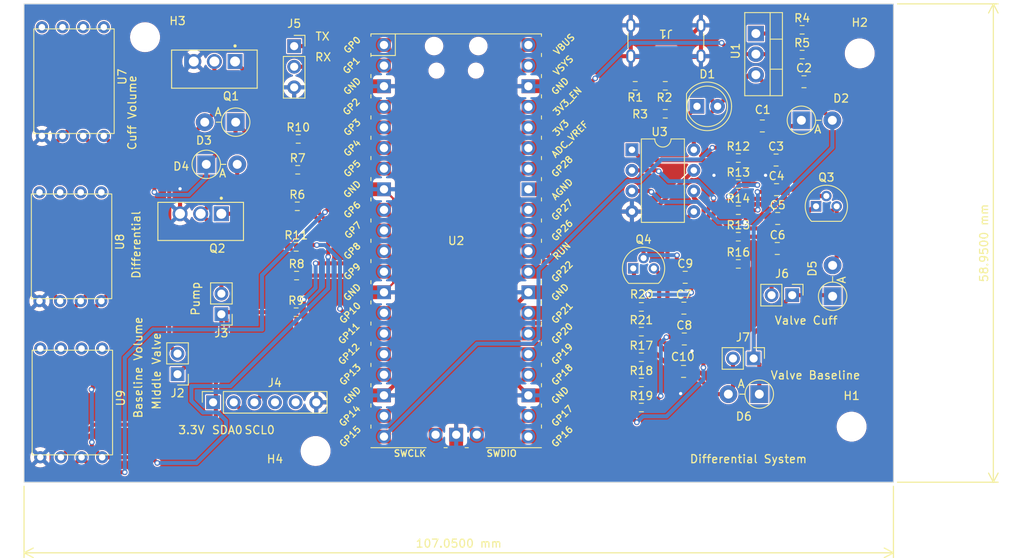
<source format=kicad_pcb>
(kicad_pcb (version 20221018) (generator pcbnew)
  (layers (0 "F.Cu" signal) (31 "B.Cu" signal) (34 "B.Paste" user) (35 "F.Paste" user) (36 "B.SilkS" user "B.Silkscreen") (37 "F.SilkS" user "F.Silkscreen") (38 "B.Mask" user) (39 "F.Mask" user) (44 "Edge.Cuts" user))
  (net 0 "")
  (net 1 "+5V")
  (net 2 "GND")
  (net 3 "+3.3V")
  (net 4 "Net-(C3-Pad1)")
  (net 5 "Net-(U3A-+)")
  (net 6 "Net-(Q3-B)")
  (net 7 "Net-(U3A--)")
  (net 8 "Net-(D5-A)")
  (net 9 "Net-(Q3-E)")
  (net 10 "Net-(C7-Pad1)")
  (net 11 "Net-(U3B-+)")
  (net 12 "Net-(Q4-B)")
  (net 13 "Net-(U3B--)")
  (net 14 "Net-(D6-A)")
  (net 15 "Net-(Q4-E)")
  (net 16 "Net-(D1-K)")
  (net 17 "Net-(D3-A)")
  (net 18 "Net-(D4-A)")
  (net 19 "Net-(J1-CC1)")
  (net 20 "Net-(J1-CC2)")
  (net 21 "/SCL0")
  (net 22 "/TX")
  (net 23 "/RX")
  (net 24 "Net-(Q1-G)")
  (net 25 "Net-(Q2-G)")
  (net 26 "Net-(U1-ADJ)")
  (net 27 "/Middle_Valve")
  (net 28 "/Pump")
  (net 29 "Cuff_Valve")
  (net 30 "Baseline_Valve")
  (net 56 "SCL1")
  (net 57 "SDA1")
  (net 72 "/SDA0")
  (footprint "MedVet_FP:AMS_6915_FP" (layer "F.Cu") (at 153.9 123.125 90)
    (fp_text reference "U8")
    (fp_text value "AMS6915_30")
  )
  (footprint "Resistor_SMD:R_0603_1608Metric_Pad0.98x0.95mm_HandSolder" (layer "F.Cu") (at 226.11 134.445)
    (fp_text reference "R17")
    (fp_text value "100k")
  )
  (footprint "Capacitor_SMD:C_0805_2012Metric_Pad1.18x1.45mm_HandSolder" (layer "F.Cu") (at 246.135 100.495)
    (fp_text reference "C2")
    (fp_text value "1u")
  )
  (footprint "Resistor_SMD:R_0603_1608Metric_Pad0.98x0.95mm_HandSolder" (layer "F.Cu") (at 238.0475 119.595)
    (fp_text reference "R15")
    (fp_text value "100k")
  )
  (footprint "IRLZ44N:TO254P1054X469X1930-3" (layer "F.Cu") (at 171.85 117.705 180)
    (fp_text reference "Q2")
    (fp_text value "IRLIZ44N")
  )
  (footprint "MountingHole:MountingHole_3.2mm_M3_DIN965" (layer "F.Cu") (at 186 146)
    (fp_text reference "H4")
    (fp_text value "MountingHole")
  )
  (footprint "Capacitor_SMD:C_0805_2012Metric_Pad1.18x1.45mm_HandSolder" (layer "F.Cu") (at 242.76 113.795)
    (fp_text reference "C4")
    (fp_text value "100n")
  )
  (footprint "Resistor_SMD:R_0603_1608Metric_Pad0.98x0.95mm_HandSolder" (layer "F.Cu") (at 226.11 140.645)
    (fp_text reference "R19")
    (fp_text value "100k")
  )
  (footprint "Resistor_SMD:R_0603_1608Metric_Pad0.98x0.95mm_HandSolder" (layer "F.Cu") (at 238.0475 116.325)
    (fp_text reference "R14")
    (fp_text value "100k")
  )
  (footprint "Diode_THT:D_DO-41_SOD81_P3.81mm_Vertical_AnodeUp" (layer "F.Cu") (at 245.817818 105.245)
    (fp_text reference "D2")
    (fp_text value "1N4002")
  )
  (footprint "Connector_PinHeader_2.54mm:PinHeader_1x02_P2.54mm_Vertical" (layer "F.Cu") (at 174.4 129.15 180)
    (fp_text reference "J3")
    (fp_text value "Pump")
  )
  (footprint "Connector_PinSocket_2.54mm:PinSocket_1x06_P2.54mm_Vertical" (layer "F.Cu") (at 173.38 140 90)
    (fp_text reference "J4")
    (fp_text value "Sensor_HX")
  )
  (footprint "Resistor_SMD:R_0603_1608Metric_Pad0.98x0.95mm_HandSolder" (layer "F.Cu") (at 225.355 100.995 180)
    (fp_text reference "R1")
    (fp_text value "5.1k")
  )
  (footprint "Package_TO_SOT_THT:TO-92" (layer "F.Cu") (at 247.62 115.845)
    (fp_text reference "Q3")
    (fp_text value "2N2222A")
  )
  (footprint "MountingHole:MountingHole_3.2mm_M3_DIN965" (layer "F.Cu") (at 252 143)
    (fp_text reference "H1")
    (fp_text value "MountingHole")
  )
  (footprint "Connector_USB:USB_C_Receptacle_GCT_USB4125-xx-x-0190_6P_TopMnt_Horizontal" (layer "F.Cu") (at 229.125 94.345 180)
    (fp_text reference "J1")
    (fp_text value "USB_C_Receptacle_PowerOnly_6P")
  )
  (footprint "Resistor_SMD:R_0603_1608Metric_Pad0.98x0.95mm_HandSolder" (layer "F.Cu") (at 245.905 94.095)
    (fp_text reference "R4")
    (fp_text value "390")
  )
  (footprint "LED_THT:LED_D5.0mm" (layer "F.Cu") (at 232.96 103.525)
    (fp_text reference "D1")
    (fp_text value "LED")
  )
  (footprint "Capacitor_SMD:C_0805_2012Metric_Pad1.18x1.45mm_HandSolder" (layer "F.Cu") (at 242.8975 117.345 180)
    (fp_text reference "C5")
    (fp_text value "100n")
  )
  (footprint "MCU_RaspberryPi_and_Boards:RPi_Pico_SMD_TH" (layer "F.Cu") (at 203.31 120.095)
    (fp_text reference "U2")
    (fp_text value "Pico")
  )
  (footprint "Resistor_SMD:R_0603_1608Metric_Pad0.98x0.95mm_HandSolder" (layer "F.Cu") (at 238.0475 109.895)
    (fp_text reference "R12")
    (fp_text value "100k")
  )
  (footprint "Resistor_SMD:R_0603_1608Metric_Pad0.98x0.95mm_HandSolder" (layer "F.Cu") (at 238.0475 113.095)
    (fp_text reference "R13")
    (fp_text value "33k")
  )
  (footprint "Capacitor_SMD:C_0805_2012Metric_Pad1.18x1.45mm_HandSolder" (layer "F.Cu") (at 231.51 124.595)
    (fp_text reference "C9")
    (fp_text value "100n")
  )
  (footprint "Capacitor_SMD:C_0805_2012Metric_Pad1.18x1.45mm_HandSolder" (layer "F.Cu") (at 231.31 136.195 180)
    (fp_text reference "C10")
    (fp_text value "0.1u")
  )
  (footprint "Resistor_SMD:R_0603_1608Metric_Pad0.98x0.95mm_HandSolder" (layer "F.Cu") (at 226.11 137.545)
    (fp_text reference "R18")
    (fp_text value "33k")
  )
  (footprint "Package_TO_SOT_THT:TO-92" (layer "F.Cu") (at 225.11 123.495)
    (fp_text reference "Q4")
    (fp_text value "2N2222A")
  )
  (footprint "Resistor_SMD:R_0603_1608Metric_Pad0.98x0.95mm_HandSolder" (layer "F.Cu") (at 229.055 100.995)
    (fp_text reference "R2")
    (fp_text value "5.1k")
  )
  (footprint "Resistor_SMD:R_0603_1608Metric_Pad0.98x0.95mm_HandSolder" (layer "F.Cu") (at 226.11 128.245 180)
    (fp_text reference "R20")
    (fp_text value "100k")
  )
  (footprint "Resistor_SMD:R_0603_1608Metric_Pad0.98x0.95mm_HandSolder" (layer "F.Cu") (at 183.7475 115.845)
    (fp_text reference "R6")
    (fp_text value "4.7k")
  )
  (footprint "Resistor_SMD:R_0603_1608Metric_Pad0.98x0.95mm_HandSolder" (layer "F.Cu") (at 183.7975 111.345)
    (fp_text reference "R7")
    (fp_text value "4.7k")
  )
  (footprint "Resistor_SMD:R_0603_1608Metric_Pad0.98x0.95mm_HandSolder" (layer "F.Cu") (at 183.66 124.385)
    (fp_text reference "R8")
    (fp_text value "4.7k")
  )
  (footprint "Resistor_SMD:R_0603_1608Metric_Pad0.98x0.95mm_HandSolder" (layer "F.Cu") (at 229.055 104.445)
    (fp_text reference "R3")
    (fp_text value "2.52k")
  )
  (footprint "MountingHole:MountingHole_3.2mm_M3_DIN965" (layer "F.Cu") (at 253 97)
    (fp_text reference "H2")
    (fp_text value "MountingHole")
  )
  (footprint "Diode_THT:D_DO-41_SOD81_P3.81mm_Vertical_AnodeUp" (layer "F.Cu") (at 240.632183 138.995 180)
    (fp_text reference "D6")
    (fp_text value "1N4002")
  )
  (footprint "Connector_PinHeader_2.54mm:PinHeader_1x02_P2.54mm_Vertical" (layer "F.Cu") (at 239.935 134.595 -90)
    (fp_text reference "J7")
    (fp_text value "Valve_Baseline")
  )
  (footprint "MedVet_FP:AMS_6915_FP" (layer "F.Cu") (at 154.2 102.775 90)
    (fp_text reference "U7")
    (fp_text value "AMS6915_300")
  )
  (footprint "Resistor_SMD:R_0603_1608Metric_Pad0.98x0.95mm_HandSolder" (layer "F.Cu") (at 183.61 128.895)
    (fp_text reference "R9")
    (fp_text value "4.7k")
  )
  (footprint "Capacitor_SMD:C_0805_2012Metric_Pad1.18x1.45mm_HandSolder" (layer "F.Cu") (at 242.7025 110.145)
    (fp_text reference "C3")
    (fp_text value "1u")
  )
  (footprint "Package_TO_SOT_THT:TO-220-3_Vertical" (layer "F.Cu") (at 240.21 94.555 -90)
    (fp_text reference "U1")
    (fp_text value "LM317")
  )
  (footprint "MedVet_FP:AMS_6915_FP" (layer "F.Cu") (at 154 142.375 90)
    (fp_text reference "U9")
    (fp_text value "AMS6915_300")
  )
  (footprint "Capacitor_SMD:C_0805_2012Metric_Pad1.18x1.45mm_HandSolder" (layer "F.Cu") (at 241.005 105.945 180)
    (fp_text reference "C1")
    (fp_text value "0.1u")
  )
  (footprint "Connector_PinHeader_2.54mm:PinHeader_1x02_P2.54mm_Vertical" (layer "F.Cu") (at 244.685 126.795 -90)
    (fp_text reference "J6")
    (fp_text value "Valve_Cuff")
  )
  (footprint "IRLZ44N:TO254P1054X469X1930-3" (layer "F.Cu") (at 173.54 98.94 180)
    (fp_text reference "Q1")
    (fp_text value "IRLIZ44N")
  )
  (footprint "Connector_PinHeader_2.54mm:PinHeader_1x02_P2.54mm_Vertical" (layer "F.Cu") (at 169 136.54 180)
    (fp_text reference "J2")
    (fp_text value "Middle_Valve")
  )
  (footprint "Resistor_SMD:R_0603_1608Metric_Pad0.98x0.95mm_HandSolder" (layer "F.Cu") (at 183.86 107.545)
    (fp_text reference "R10")
    (fp_text value "1k")
  )
  (footprint "Resistor_SMD:R_0603_1608Metric_Pad0.98x0.95mm_HandSolder" (layer "F.Cu") (at 183.61 120.845)
    (fp_text reference "R11")
    (fp_text value "1k")
  )
  (footprint "Diode_THT:D_DO-41_SOD81_P3.81mm_Vertical_AnodeUp" (layer "F.Cu") (at 249.66 126.932183 90)
    (fp_text reference "D5")
    (fp_text value "1N4002")
  )
  (footprint "Diode_THT:D_DO-41_SOD81_P3.81mm_Vertical_AnodeUp" (layer "F.Cu") (at 172.54 110.675)
    (fp_text reference "D4")
    (fp_text value "1N4002")
  )
  (footprint "Package_DIP:DIP-8_W7.62mm" (layer "F.Cu") (at 224.95 108.875)
    (fp_text reference "U3")
    (fp_text value "NJM2114")
  )
  (footprint "Resistor_SMD:R_0603_1608Metric_Pad0.98x0.95mm_HandSolder" (layer "F.Cu") (at 226.11 131.295)
    (fp_text reference "R21")
    (fp_text value "10")
  )
  (footprint "Connector_PinSocket_2.54mm:PinSocket_1x03_P2.54mm_Vertical" (layer "F.Cu") (at 183.36 96.105)
    (fp_text reference "J5")
    (fp_text value "UART")
  )
  (footprint "Resistor_SMD:R_0603_1608Metric_Pad0.98x0.95mm_HandSolder" (layer "F.Cu") (at 245.905 97.145)
    (fp_text reference "R5")
    (fp_text value "240")
  )
  (footprint "Capacitor_SMD:C_0805_2012Metric_Pad1.18x1.45mm_HandSolder" (layer "F.Cu") (at 242.8475 121.045 180)
    (fp_text reference "C6")
    (fp_text value "0.1u")
  )
  (footprint "Capacitor_SMD:C_0805_2012Metric_Pad1.18x1.45mm_HandSolder" (layer "F.Cu") (at 231.3475 128.395)
    (fp_text reference "C7")
    (fp_text value "1u")
  )
  (footprint "MountingHole:MountingHole_3.2mm_M3_DIN965" (layer "F.Cu") (at 165 95)
    (fp_text reference "H3")
    (fp_text value "MountingHole")
  )
  (footprint "Resistor_SMD:R_0603_1608Metric_Pad0.98x0.95mm_HandSolder" (layer "F.Cu") (at 238.0475 122.945)
    (fp_text reference "R16")
    (fp_text value "10")
  )
  (footprint "Capacitor_SMD:C_0805_2012Metric_Pad1.18x1.45mm_HandSolder" (layer "F.Cu") (at 231.3975 132.195)
    (fp_text reference "C8")
    (fp_text value "100n")
  )
  (footprint "Diode_THT:D_DO-41_SOD81_P3.81mm_Vertical_AnodeUp" (layer "F.Cu") (at 176.16 105.475 180)
    (fp_text reference "D3")
    (fp_text value "1N4002")
  )
  (gr_rect (start 150.1 90.9) (end 257.15 149.85) (stroke (width 0.1)) (fill none) (layer "Edge.Cuts"))
  (gr_text "TX\n" (at 185.9 95.5) (layer "F.SilkS") (effects (font (size 1 1)) (justify left bottom)))
  (gr_text "Valve Cuff\n" (at 242.45 130.5) (layer "F.SilkS") (effects (font (size 1 1)) (justify left bottom)))
  (gr_text "Differential System" (at 232 147.575) (layer "F.SilkS") (effects (font (size 1 1)) (justify left bottom)))
  (gr_text "3.3V\n" (at 169 144) (layer "F.SilkS") (effects (font (size 1 1)) (justify left bottom)))
  (gr_text "Differential" (at 164.5 124.85 90) (layer "F.SilkS") (effects (font (size 1 1)) (justify left bottom)))
  (gr_text "RX\n" (at 185.85 98.05) (layer "F.SilkS") (effects (font (size 1 1)) (justify left bottom)))
  (gr_text "Baseline Volume\n\n" (at 166.35 142.05 90) (layer "F.SilkS") (effects (font (size 1 1)) (justify left bottom)))
  (gr_text "Valve Baseline" (at 241.95 137.25) (layer "F.SilkS") (effects (font (size 1 1)) (justify left bottom)))
  (gr_text "SCL0\n" (at 177.15 144) (layer "F.SilkS") (effects (font (size 1 1)) (justify left bottom)))
  (gr_text "SDA0\n" (at 173.15 144) (layer "F.SilkS") (effects (font (size 1 1)) (justify left bottom)))
  (gr_text "Pump" (at 171.8 129.4 90) (layer "F.SilkS") (effects (font (size 1 1)) (justify left bottom)))
  (gr_text "MIddle Valve" (at 167 141 90) (layer "F.SilkS") (effects (font (size 1 1)) (justify left bottom)))
  (gr_text "Cuff Volume\n" (at 164 109 90) (layer "F.SilkS") (effects (font (size 1 1)) (justify left bottom)))
  (dimension (type aligned) (layer "F.SilkS") (pts (xy 257.15 149.85) (xy 257.15 90.9)) (height 12.3) (gr_text "58.9500 mm" (at 268.3 120.375 90) (layer "F.SilkS") (effects (font (size 1 1) (thickness 0.15)))) (format (prefix "") (suffix "") (units 3) (units_format 1) (precision 4)) (style (thickness 0.15) (arrow_length 1.27) (text_position_mode 0) (extension_height 0.58642) (extension_offset 0.5) keep_text_aligned))
  (dimension (type aligned) (layer "F.SilkS") (pts (xy 150.1 149.85) (xy 257.15 149.85)) (height 8.7) (gr_text "107.0500 mm" (at 203.625 157.4) (layer "F.SilkS") (effects (font (size 1 1) (thickness 0.15)))) (format (prefix "") (suffix "") (units 3) (units_format 1) (precision 4)) (style (thickness 0.15) (arrow_length 1.27) (text_position_mode 0) (extension_height 0.58642) (extension_offset 0.5) keep_text_aligned))
  (segment (start 232.57 106.445) (end 235.52 103.495) (width 0.5) (layer "F.Cu") (net 1))
  (segment (start 227.605 96.825) (end 228.005 96.425) (width 0.5) (layer "F.Cu") (net 1))
  (segment (start 242.0425 105.945) (end 242.0425 101.4675) (width 0.5) (layer "F.Cu") (net 1))
  (segment (start 239.39 99.635) (end 235.5 103.525) (width 0.5) (layer "F.Cu") (net 1))
  (segment (start 227.605 97.425) (end 227.605 96.825) (width 0.5) (layer "F.Cu") (net 1))
  (segment (start 230.645 96.72) (end 230.645 97.425) (width 0.5) (layer "F.Cu") (net 1))
  (segment (start 239.38 99.635) (end 235.52 103.495) (width 0.5) (layer "F.Cu") (net 1))
  (segment (start 235.52 103.495) (end 230.645 98.62) (width 0.5) (layer "F.Cu") (net 1))
  (segment (start 230.645 98.62) (end 230.645 98.075) (width 0.5) (layer "F.Cu") (net 1))
  (segment (start 232.57 108.875) (end 232.57 106.445) (width 0.5) (layer "F.Cu") (net 1))
  (segment (start 230.645 98.075) (end 230.645 97.425) (width 0.5) (layer "F.Cu") (net 1))
  (segment (start 245.117818 105.945) (end 245.817818 105.245) (width 0.5) (layer "F.Cu") (net 1))
  (segment (start 230.35 96.425) (end 230.645 96.72) (width 0.5) (layer "F.Cu") (net 1))
  (segment (start 242.0425 105.945) (end 245.117818 105.945) (width 0.5) (layer "F.Cu") (net 1))
  (segment (start 235.5 103.525) (end 230.645 98.67) (width 0.5) (layer "F.Cu") (net 1))
  (segment (start 240.21 99.635) (end 239.38 99.635) (width 0.5) (layer "F.Cu") (net 1))
  (segment (start 230.645 98.67) (end 230.645 98.075) (width 0.5) (layer "F.Cu") (net 1))
  (segment (start 228.005 96.425) (end 230.35 96.425) (width 0.5) (layer "F.Cu") (net 1))
  (segment (start 240.21 99.635) (end 239.39 99.635) (width 0.5) (layer "F.Cu") (net 1))
  (segment (start 242.0425 101.4675) (end 240.21 99.635) (width 0.5) (layer "F.Cu") (net 1))
  (segment (start 231.875 97.425) (end 231.875 95.115) (width 0.5) (layer "F.Cu") (net 2))
  (segment (start 199.35 132.775) (end 199.35 134.215) (width 0.5) (layer "F.Cu") (net 2))
  (segment (start 224.31 138.4325) (end 224.31 143.625661) (width 0.5) (layer "F.Cu") (net 2))
  (segment (start 232.435 128.445) (end 232.385 128.395) (width 0.5) (layer "F.Cu") (net 2))
  (segment (start 224.31 143.625661) (end 226.249339 143.625661) (width 0.5) (layer "F.Cu") (net 2))
  (segment (start 231.875 95.115) (end 233.445 93.545) (width 0.5) (layer "F.Cu") (net 2))
  (segment (start 192.91 139.145) (end 194.42 139.145) (width 0.25) (layer "F.Cu") (net 2))
  (segment (start 210.95 137.895) (end 212.2 139.145) (width 0.5) (layer "F.Cu") (net 2))
  (segment (start 232.35 133.675) (end 232.35 132.28) (width 0.5) (layer "F.Cu") (net 2))
  (segment (start 212.2 126.445) (end 206.3725 132.2725) (width 0.5) (layer "F.Cu") (net 2))
  (segment (start 194.42 113.745) (end 195.545 114.87) (width 0.25) (layer "F.Cu") (net 2))
  (segment (start 225.1975 137.545) (end 224.31 138.4325) (width 0.5) (layer "F.Cu") (net 2))
  (segment (start 194.42 113.745) (end 192.37 113.745) (width 0.25) (layer "F.Cu") (net 2))
  (segment (start 232.35 132.28) (end 232.435 132.195) (width 0.5) (layer "F.Cu") (net 2))
  (segment (start 232.435 132.195) (end 232.435 128.445) (width 0.5) (layer "F.Cu") (net 2))
  (segment (start 194.42 113.745) (end 192.62 113.745) (width 0.25) (layer "F.Cu") (net 2))
  (segment (start 206.3725 132.2725) (end 205.87 132.775) (width 0.5) (layer "F.Cu") (net 2))
  (segment (start 189.969339 126.445) (end 194.42 126.445) (width 0.5) (layer "F.Cu") (net 2))
  (segment (start 243.74 112.025) (end 243.74 113.7375) (width 0.5) (layer "F.Cu") (net 2))
  (segment (start 188.25 129.655) (end 188.25 128.164339) (width 0.5) (layer "F.Cu") (net 2))
  (segment (start 241.4 112.025) (end 243.74 112.025) (width 0.5) (layer "F.Cu") (net 2))
  (segment (start 194.28 101.185) (end 194.42 101.045) (width 0.25) (layer "F.Cu") (net 2))
  (segment (start 191.37 132.775) (end 188.25 129.655) (width 0.5) (layer "F.Cu") (net 2))
  (segment (start 226.375 99.0625) (end 224.4425 100.995) (width 0.5) (layer "F.Cu") (net 2))
  (segment (start 188.25 128.164339) (end 189.969339 126.445) (width 0.5) (layer "F.Cu") (net 2))
  (segment (start 226.249339 143.625661) (end 230.95 138.925) (width 0.5) (layer "F.Cu") (net 2))
  (segment (start 194.42 113.745) (end 192.91 113.745) (width 0.25) (layer "F.Cu") (net 2))
  (segment (start 233.365 97.425) (end 233.445 97.345) (width 0.5) (layer "F.Cu") (net 2))
  (segment (start 243.74 110.145) (end 243.74 112.025) (width 0.5) (layer "F.Cu") (net 2))
  (segment (start 212.2 126.445) (end 210.95 127.695) (width 0.5) (layer "F.Cu") (net 2))
  (segment (start 199.35 134.215) (end 194.42 139.145) (width 0.5) (layer "F.Cu") (net 2))
  (segment (start 169.31 113.685) (end 169.31 116.765) (width 0.5) (layer "F.Cu") (net 2))
  (segment (start 183.5 101.045) (end 183.36 101.185) (width 0.25) (layer "F.Cu") (net 2))
  (segment (start 226.375 97.425) (end 224.885 97.425) (width 0.5) (layer "F.Cu") (net 2))
  (segment (start 220.3475 126.445) (end 212.2 126.445) (width 0.5) (layer "F.Cu") (net 2))
  (segment (start 205.87 132.775) (end 199.35 132.775) (width 0.5) (layer "F.Cu") (net 2))
  (segment (start 226.375 97.425) (end 226.375 99.0625) (width 0.5) (layer "F.Cu") (net 2))
  (segment (start 224.885 97.425) (end 224.805 97.345) (width 0.5) (layer "F.Cu") (net 2))
  (segment (start 243.74 113.7375) (end 243.7975 113.795) (width 0.5) (layer "F.Cu") (net 2))
  (segment (start 237.135 113.095) (end 236.12 113.095) (width 0.5) (layer "F.Cu") (net 2))
  (segment (start 210.95 127.695) (end 210.95 137.895) (width 0.5) (layer "F.Cu") (net 2))
  (segment (start 199.35 132.775) (end 191.37 132.775) (width 0.5) (layer "F.Cu") (net 2))
  (segment (start 225.1975 131.295) (end 220.3475 126.445) (width 0.5) (layer "F.Cu") (net 2))
  (segment (start 195.545 125.32) (end 194.42 126.445) (width 0.25) (layer "F.Cu") (net 2))
  (segment (start 231.875 97.425) (end 233.365 97.425) (width 0.5) (layer "F.Cu") (net 2))
  (segment (start 195.545 114.87) (end 195.545 125.32) (width 0.25) (layer "F.Cu") (net 2))
  (segment (start 236.12 113.095) (end 235.05 112.025) (width 0.5) (layer "F.Cu") (net 2))
  (segment (start 194.42 113.745) (end 191.92 113.745) (width 0.25) (layer "F.Cu") (net 2))
  (via (at 235.05 112.025) (size 0.7) (drill 0.4) (layers "F.Cu" "B.Cu") (net 2))
  (via (at 241.4 112.025) (size 0.7) (drill 0.4) (layers "F.Cu" "B.Cu") (net 2))
  (via (at 169.31 113.685) (size 0.7) (drill 0.4) (layers "F.Cu" "B.Cu") (net 2))
  (via (at 230.95 138.925) (size 0.7) (drill 0.4) (layers "F.Cu" "B.Cu") (net 2))
  (via (at 232.35 133.675) (size 0.7) (drill 0.4) (layers "F.Cu" "B.Cu") (net 2))
  (segment (start 170.06 112.935) (end 170.06 97.185) (width 0.5) (layer "B.Cu") (net 2))
  (segment (start 235.05 112.025) (end 241.4 112.025) (width 0.5) (layer "B.Cu") (net 2))
  (segment (start 169.31 113.685) (end 170.06 112.935) (width 0.5) (layer "B.Cu") (net 2))
  (segment (start 230.95 135.075) (end 232.35 133.675) (width 0.5) (layer "B.Cu") (net 2))
  (segment (start 230.95 138.925) (end 230.95 135.075) (width 0.5) (layer "B.Cu") (net 2))
  (segment (start 173.72 142.745) (end 173.72 137.53) (width 0.5) (layer "F.Cu") (net 3))
  (segment (start 182.7475 128.845) (end 182.6975 128.895) (width 0.5) (layer "F.Cu") (net 3))
  (segment (start 183.885 108.053142) (end 183.7725 108.165642) (width 0.5) (layer "F.Cu") (net 3))
  (segment (start 175.05 129.8) (end 174.4 129.15) (width 0.5) (layer "F.Cu") (net 3))
  (segment (start 240.21 97.095) (end 244.9425 97.095) (width 0.5) (layer "F.Cu") (net 3))
  (segment (start 182.7475 124.385) (end 182.7475 128.845) (width 0.5) (layer "F.Cu") (net 3))
  (segment (start 220.428248 100.078248) (end 215.671497 104.835) (width 0.5) (layer "F.Cu") (net 3))
  (segment (start 183.885 107.036858) (end 183.885 108.053142) (width 0.5) (layer "F.Cu") (net 3))
  (segment (start 183.7725 108.165642) (end 183.7725 116.353142) (width 0.5) (layer "F.Cu") (net 3))
  (segment (start 174.655 128.895) (end 174.4 129.15) (width 0.5) (layer "F.Cu") (net 3))
  (segment (start 153.39 108.625) (end 154.84 107.175) (width 0.5) (layer "F.Cu") (net 3))
  (segment (start 166.15 111.778654) (end 166.15 114.2) (width 0.5) (layer "F.Cu") (net 3))
  (segment (start 239.935 131.545) (end 244.685 126.795) (width 0.5) (layer "F.Cu") (net 3))
  (segment (start 240.632183 135.292183) (end 239.935 134.595) (width 0.5) (layer "F.Cu") (net 3))
  (segment (start 176.137183 107.077817) (end 172.54 110.675) (width 0.5) (layer "F.Cu") (net 3))
  (segment (start 158.665 142.75) (end 154.64 146.775) (width 0.5) (layer "F.Cu") (net 3))
  (segment (start 174.4 129.15) (end 174.4 131.14) (width 0.5) (layer "F.Cu") (net 3))
  (segment (start 184.139358 116.72) (end 184.615762 116.72) (width 0.5) (layer "F.Cu") (net 3))
  (segment (start 186.086858 104.835) (end 183.885 107.036858) (width 0.5) (layer "F.Cu") (net 3))
  (segment (start 173.715 142.75) (end 158.665 142.75) (width 0.5) (layer "F.Cu") (net 3))
  (segment (start 240.21 97.095) (end 237.395 97.095) (width 0.5) (layer "F.Cu") (net 3))
  (segment (start 244.685 126.795) (end 249.522817 126.795) (width 0.5) (layer "F.Cu") (net 3))
  (segment (start 215.671497 104.835) (end 186.086858 104.835) (width 0.5) (layer "F.Cu") (net 3))
  (segment (start 174.4 131.14) (end 169 136.54) (width 0.5) (layer "F.Cu") (net 3))
  (segment (start 173.8 137.45) (end 175.05 136.2) (width 0.5) (layer "F.Cu") (net 3))
  (segment (start 244.9425 97.095) (end 244.9925 97.145) (width 0.5) (layer "F.Cu") (net 3))
  (segment (start 182.885 111.345) (end 182.007183 111.345) (width 0.5) (layer "F.Cu") (net 3))
  (segment (start 183.585 117.425) (end 183.585 123.5475) (width 0.5) (layer "F.Cu") (net 3))
  (segment (start 175.05 136.2) (end 175.05 129.8) (width 0.5) (layer "F.Cu") (net 3))
  (segment (start 182.6975 128.895) (end 174.655 128.895) (width 0.5) (layer "F.Cu") (net 3))
  (segment (start 184.615762 116.72) (end 185.320762 117.425) (width 0.5) (layer "F.Cu") (net 3))
  (segment (start 182.835 111.395) (end 182.885 111.345) (width 0.5) (layer "F.Cu") (net 3))
  (segment (start 154.84 107.175) (end 155.99 106.025) (width 0.5) (layer "F.Cu") (net 3))
  (segment (start 155.99 106.025) (end 160.396346 106.025) (width 0.5) (layer "F.Cu") (net 3))
  (segment (start 153.39 126.375) (end 153.39 108.625) (width 0.5) (layer "F.Cu") (net 3))
  (segment (start 173.72 137.53) (end 173.8 137.45) (width 0.5) (layer "F.Cu") (net 3))
  (segment (start 182.835 115.845) (end 182.835 111.395) (width 0.5) (layer "F.Cu") (net 3))
  (segment (start 185.320762 117.425) (end 183.585 117.425) (width 0.5) (layer "F.Cu") (net 3))
  (segment (start 245.0975 100.714682) (end 245.0975 100.495) (width 0.5) (layer "F.Cu") (net 3))
  (segment (start 244.9925 97.145) (end 244.9925 100.39) (width 0.5) (layer "F.Cu") (net 3))
  (segment (start 173.72 142.745) (end 173.715 142.75) (width 0.5) (layer "F.Cu") (net 3))
  (segment (start 160.396346 106.025) (end 166.15 111.778654) (width 0.5) (layer "F.Cu") (net 3))
  (segment (start 249.522817 126.795) (end 249.66 126.932183) (width 0.5) (layer "F.Cu") (net 3))
  (segment (start 154.54 127.525) (end 153.39 126.375) (width 0.5) (layer "F.Cu") (net 3))
  (segment (start 237.395 97.095) (end 236 95.7) (width 0.5) (layer "F.Cu") (net 3))
  (segment (start 176.137183 105.475) (end 176.137183 107.077817) (width 0.5) (layer "F.Cu") (net 3))
  (segment (start 166.15 114.2) (end 166.15 114.1) (width 0.5) (layer "F.Cu") (net 3))
  (segment (start 182.007183 111.345) (end 176.137183 105.475) (width 0.5) (layer "F.Cu") (net 3))
  (segment (start 239.935 134.595) (end 239.935 131.545) (width 0.5) (layer "F.Cu") (net 3))
  (segment (start 244.9925 100.39) (end 245.0975 100.495) (width 0.5) (layer "F.Cu") (net 3))
  (segment (start 183.585 123.5475) (end 182.7475 124.385) (width 0.5) (layer "F.Cu") (net 3))
  (segment (start 240.632183 138.995) (end 240.632183 135.292183) (width 0.5) (layer "F.Cu") (net 3))
  (segment (start 249.627818 105.245) (end 245.0975 100.714682) (width 0.5) (layer "F.Cu") (net 3))
  (segment (start 183.7725 116.353142) (end 184.139358 116.72) (width 0.5) (layer "F.Cu") (net 3))
  (segment (start 182.835 115.845) (end 183.585 116.595) (width 0.5) (layer "F.Cu") (net 3))
  (segment (start 183.585 116.595) (end 183.585 117.425) (width 0.5) (layer "F.Cu") (net 3))
  (via (at 220.428248 100.078248) (size 0.7) (drill 0.4) (layers "F.Cu" "B.Cu") (net 3))
  (via (at 236 95.7) (size 0.7) (drill 0.4) (layers "F.Cu" "B.Cu") (net 3))
  (via (at 166.15 114.1) (size 0.7) (drill 0.4) (layers "F.Cu" "B.Cu") (net 3))
  (segment (start 172.54 112.275) (end 172.54 110.675) (width 0.5) (layer "B.Cu") (net 3))
  (segment (start 239.935 134.595) (end 239.935 118.29) (width 0.5) (layer "B.Cu") (net 3))
  (segment (start 170.38 114.435) (end 172.54 112.275) (width 0.5) (layer "B.Cu") (net 3))
  (segment (start 220.428248 100.078248) (end 224.806496 95.7) (width 0.5) (layer "B.Cu") (net 3))
  (segment (start 166.485 114.435) (end 170.38 114.435) (width 0.5) (layer "B.Cu") (net 3))
  (segment (start 239.935 118.29) (end 249.627818 108.597182) (width 0.5) (layer "B.Cu") (net 3))
  (segment (start 249.627818 108.597182) (end 249.627818 105.245) (width 0.5) (layer "B.Cu") (net 3))
  (segment (start 224.806496 95.7) (end 236 95.7) (width 0.5) (layer "B.Cu") (net 3))
  (segment (start 166.15 114.1) (end 166.485 114.435) (width 0.5) (layer "B.Cu") (net 3))
  (segment (start 236.85 114.625) (end 236.85 116.04) (width 0.5) (layer "F.Cu") (net 4))
  (segment (start 241.665 110.39) (end 238.96 113.095) (width 0.5) (layer "F.Cu") (net 4))
  (segment (start 238.96 113.095) (end 240.27 113.095) (width 0.5) (layer "F.Cu") (net 4))
  (segment (start 240.27 113.095) (end 240.4 113.225) (width 0.5) (layer "F.Cu") (net 4))
  (segment (start 241.415 109.895) (end 241.665 110.145) (width 0.5) (layer "F.Cu") (net 4))
  (segment (start 241.665 110.145) (end 241.665 110.39) (width 0.5) (layer "F.Cu") (net 4))
  (segment (start 238.96 109.895) (end 241.415 109.895) (width 0.5) (layer "F.Cu") (net 4))
  (segment (start 236.85 116.04) (end 237.135 116.325) (width 0.5) (layer "F.Cu") (net 4))
  (via (at 240.4 113.225) (size 0.7) (drill 0.4) (layers "F.Cu" "B.Cu") (net 4))
  (via (at 236.85 114.625) (size 0.7) (drill 0.4) (layers "F.Cu" "B.Cu") (net 4))
  (segment (start 240.4 113.225) (end 238.25 113.225) (width 0.5) (layer "B.Cu") (net 4))
  (segment (start 238.25 113.225) (end 236.85 114.625) (width 0.5) (layer "B.Cu") (net 4))
  (segment (start 227.23 113.955) (end 227.35 114.075) (width 0.5) (layer "F.Cu") (net 5))
  (segment (start 238.96 117.715) (end 238.96 116.325) (width 0.5) (layer "F.Cu") (net 5))
  (segment (start 241.442997 114.074503) (end 241.7225 113.795) (width 0.5) (layer "F.Cu") (net 5))
  (segment (start 224.95 113.955) (end 227.23 113.955) (width 0.5) (layer "F.Cu") (net 5))
  (segment (start 238.96 116.325) (end 240.4 116.325) (width 0.5) (layer "F.Cu") (net 5))
  (segment (start 238.85 117.825) (end 238.96 117.715) (width 0.5) (layer "F.Cu") (net 5))
  (segment (start 240.4 114.074503) (end 241.442997 114.074503) (width 0.5) (layer "F.Cu") (net 5))
  (segment (start 240.4 116.325) (end 240.45 116.275) (width 0.5) (layer "F.Cu") (net 5))
  (via (at 238.85 117.825) (size 0.7) (drill 0.4) (layers "F.Cu" "B.Cu") (net 5))
  (via (at 240.4 114.074503) (size 0.7) (drill 0.4) (layers "F.Cu" "B.Cu") (net 5))
  (via (at 227.35 114.075) (size 0.7) (drill 0.4) (layers "F.Cu" "B.Cu") (net 5))
  (via (at 240.45 116.275) (size 0.7) (drill 0.4) (layers "F.Cu" "B.Cu") (net 5))
  (segment (start 238.85 117.825) (end 235.597057 117.825) (width 0.5) (layer "B.Cu") (net 5))
  (segment (start 240.45 116.275) (end 240.45 114.124503) (width 0.5) (layer "B.Cu") (net 5))
  (segment (start 228.57 115.295) (end 227.35 114.075) (width 0.5) (layer "B.Cu") (net 5))
  (segment (start 235.597057 117.825) (end 233.067057 115.295) (width 0.5) (layer "B.Cu") (net 5))
  (segment (start 240.45 114.124503) (end 240.4 114.074503) (width 0.5) (layer "B.Cu") (net 5))
  (segment (start 233.067057 115.295) (end 228.57 115.295) (width 0.5) (layer "B.Cu") (net 5))
  (segment (start 239.389358 114.92) (end 241.51 114.92) (width 0.5) (layer "F.Cu") (net 6))
  (segment (start 238.0725 113.603142) (end 239.389358 114.92) (width 0.5) (layer "F.Cu") (net 6))
  (segment (start 224.95 108.875) (end 226.25 110.175) (width 0.5) (layer "F.Cu") (net 6))
  (segment (start 241.51 114.92) (end 243.935 117.345) (width 0.5) (layer "F.Cu") (net 6))
  (segment (start 238.0725 112.586858) (end 238.0725 113.603142) (width 0.5) (layer "F.Cu") (net 6))
  (segment (start 235.660642 110.175) (end 238.0725 112.586858) (width 0.5) (layer "F.Cu") (net 6))
  (segment (start 243.935 117.345) (end 246.705 114.575) (width 0.5) (layer "F.Cu") (net 6))
  (segment (start 246.705 114.575) (end 248.89 114.575) (width 0.5) (layer "F.Cu") (net 6))
  (segment (start 226.25 110.175) (end 235.660642 110.175) (width 0.5) (layer "F.Cu") (net 6))
  (segment (start 238.155 118.575) (end 237.135 119.595) (width 0.5) (layer "F.Cu") (net 7))
  (segment (start 235 114.825) (end 235 117.46) (width 0.5) (layer "F.Cu") (net 7))
  (segment (start 228.14 111.415) (end 228.25 111.525) (width 0.5) (layer "F.Cu") (net 7))
  (segment (start 224.95 111.415) (end 228.14 111.415) (width 0.5) (layer "F.Cu") (net 7))
  (segment (start 235 117.46) (end 237.135 119.595) (width 0.5) (layer "F.Cu") (net 7))
  (segment (start 241.86 117.345) (end 240.63 118.575) (width 0.5) (layer "F.Cu") (net 7))
  (segment (start 240.63 118.575) (end 238.155 118.575) (width 0.5) (layer "F.Cu") (net 7))
  (via (at 235 114.825) (size 0.7) (drill 0.4) (layers "F.Cu" "B.Cu") (net 7))
  (via (at 228.25 111.525) (size 0.7) (drill 0.4) (layers "F.Cu" "B.Cu") (net 7))
  (segment (start 229.48 112.755) (end 233.067057 112.755) (width 0.5) (layer "B.Cu") (net 7))
  (segment (start 233.067057 112.755) (end 235 114.687943) (width 0.5) (layer "B.Cu") (net 7))
  (segment (start 235 114.687943) (end 235 114.825) (width 0.5) (layer "B.Cu") (net 7))
  (segment (start 228.25 111.525) (end 229.48 112.755) (width 0.5) (layer "B.Cu") (net 7))
  (segment (start 244.96 121.045) (end 250.16 115.845) (width 0.5) (layer "F.Cu") (net 8))
  (segment (start 243.885 121.045) (end 244.96 121.045) (width 0.5) (layer "F.Cu") (net 8))
  (segment (start 242.145 126.795) (end 242.145 122.785) (width 0.5) (layer "F.Cu") (net 8))
  (segment (start 250.16 115.845) (end 250.16 122.622183) (width 0.5) (layer "F.Cu") (net 8))
  (segment (start 250.16 122.622183) (end 249.66 123.122183) (width 0.5) (layer "F.Cu") (net 8))
  (segment (start 242.145 122.785) (end 243.885 121.045) (width 0.5) (layer "F.Cu") (net 8))
  (segment (start 238.96 119.595) (end 240.36 119.595) (width 0.5) (layer "F.Cu") (net 9))
  (segment (start 242.146334 121.045) (end 247.346334 115.845) (width 0.5) (layer "F.Cu") (net 9))
  (segment (start 241.81 121.045) (end 242.146334 121.045) (width 0.5) (layer "F.Cu") (net 9))
  (segment (start 238.96 119.595) (end 238.96 122.945) (width 0.5) (layer "F.Cu") (net 9))
  (segment (start 247.346334 115.845) (end 247.62 115.845) (width 0.5) (layer "F.Cu") (net 9))
  (segment (start 240.36 119.595) (end 241.81 121.045) (width 0.5) (layer "F.Cu") (net 9))
  (segment (start 227.0225 134.445) (end 227.0225 137.545) (width 0.5) (layer "F.Cu") (net 10))
  (segment (start 233.75 128.021334) (end 233.75 135.725) (width 0.5) (layer "F.Cu") (net 10))
  (segment (start 232.998666 127.27) (end 233.75 128.021334) (width 0.5) (layer "F.Cu") (net 10))
  (segment (start 231.435 127.27) (end 232.998666 127.27) (width 0.5) (layer "F.Cu") (net 10))
  (segment (start 227.0225 138.82) (end 225.1975 140.645) (width 0.5) (layer "F.Cu") (net 10))
  (segment (start 227.0225 137.545) (end 227.0225 138.82) (width 0.5) (layer "F.Cu") (net 10))
  (segment (start 225.1975 142.1225) (end 225.55 142.475) (width 0.5) (layer "F.Cu") (net 10))
  (segment (start 225.1975 140.645) (end 225.1975 142.1225) (width 0.5) (layer "F.Cu") (net 10))
  (segment (start 230.31 128.395) (end 231.435 127.27) (width 0.5) (layer "F.Cu") (net 10))
  (via (at 233.75 135.725) (size 0.7) (drill 0.4) (layers "F.Cu" "B.Cu") (net 10))
  (via (at 225.55 142.475) (size 0.7) (drill 0.4) (layers "F.Cu" "B.Cu") (net 10))
  (segment (start 233.75 137.185661) (end 233.75 135.725) (width 0.5) (layer "B.Cu") (net 10))
  (segment (start 226.3 141.725) (end 229.210661 141.725) (width 0.5) (layer "B.Cu") (net 10))
  (segment (start 229.210661 141.725) (end 233.75 137.185661) (width 0.5) (layer "B.Cu") (net 10))
  (segment (start 225.55 142.475) (end 226.3 141.725) (width 0.5) (layer "B.Cu") (net 10))
  (segment (start 227.08 140.645) (end 228.5 139.225) (width 0.5) (layer "F.Cu") (net 11))
  (segment (start 229.3225 119.7425) (end 229.3225 131.1575) (width 0.5) (layer "F.Cu") (net 11))
  (segment (start 227.0225 140.645) (end 227.08 140.645) (width 0.5) (layer "F.Cu") (net 11))
  (segment (start 232.57 116.495) (end 229.3225 119.7425) (width 0.5) (layer "F.Cu") (net 11))
  (segment (start 229.193727 131.981273) (end 230.146273 131.981273) (width 0.5) (layer "F.Cu") (net 11))
  (segment (start 230.146273 131.981273) (end 230.36 132.195) (width 0.5) (layer "F.Cu") (net 11))
  (segment (start 229.3225 131.1575) (end 230.36 132.195) (width 0.5) (layer "F.Cu") (net 11))
  (via (at 228.5 139.225) (size 0.7) (drill 0.4) (layers "F.Cu" "B.Cu") (net 11))
  (via (at 229.193727 131.981273) (size 0.7) (drill 0.4) (layers "F.Cu" "B.Cu") (net 11))
  (segment (start 228.5 132.675) (end 229.193727 131.981273) (width 0.5) (layer "B.Cu") (net 11))
  (segment (start 228.5 139.225) (end 228.5 132.675) (width 0.5) (layer "B.Cu") (net 11))
  (segment (start 226.38 117.605) (end 226.38 122.225) (width 0.5) (layer "F.Cu") (net 12))
  (segment (start 230.4725 121.9025) (end 230.5 121.875) (width 0.5) (layer "F.Cu") (net 12))
  (segment (start 232.57 111.415) (end 226.38 117.605) (width 0.5) (layer "F.Cu") (net 12))
  (segment (start 230.4725 124.595) (end 230.4725 121.9025) (width 0.5) (layer "F.Cu") (net 12))
  (via (at 230.5 121.875) (size 0.7) (drill 0.4) (layers "F.Cu" "B.Cu") (net 12))
  (segment (start 230.5 121.875) (end 226.73 121.875) (width 0.5) (layer "B.Cu") (net 12))
  (segment (start 226.73 121.875) (end 226.38 122.225) (width 0.5) (layer "B.Cu") (net 12))
  (segment (start 232.57 114.797943) (end 233.77 115.997943) (width 0.5) (layer "F.Cu") (net 13))
  (segment (start 232.57 113.955) (end 232.57 114.797943) (width 0.5) (layer "F.Cu") (net 13))
  (segment (start 233.77 115.997943) (end 233.77 123.3725) (width 0.5) (layer "F.Cu") (net 13))
  (segment (start 233.77 123.3725) (end 232.5475 124.595) (width 0.5) (layer "F.Cu") (net 13))
  (segment (start 232.25 124.8925) (end 232.5475 124.595) (width 0.5) (layer "F.Cu") (net 13))
  (segment (start 227.0225 128.245) (end 227.0225 126.7975) (width 0.5) (layer "F.Cu") (net 13))
  (segment (start 232.25 126.475) (end 232.25 124.8925) (width 0.5) (layer "F.Cu") (net 13))
  (segment (start 227.0225 126.7975) (end 226.95 126.725) (width 0.5) (layer "F.Cu") (net 13))
  (via (at 226.95 126.725) (size 0.7) (drill 0.4) (layers "F.Cu" "B.Cu") (net 13))
  (via (at 232.25 126.475) (size 0.7) (drill 0.4) (layers "F.Cu" "B.Cu") (net 13))
  (segment (start 232 126.725) (end 232.25 126.475) (width 0.5) (layer "B.Cu") (net 13))
  (segment (start 226.95 126.725) (end 232 126.725) (width 0.5) (layer "B.Cu") (net 13))
  (segment (start 237.395 134.595) (end 237.395 138.422183) (width 0.5) (layer "F.Cu") (net 14))
  (segment (start 230.495 135.07) (end 228.299999 132.874999) (width 0.5) (layer "F.Cu") (net 14))
  (segment (start 228.299999 124.144999) (end 227.65 123.495) (width 0.5) (layer "F.Cu") (net 14))
  (segment (start 236.822183 138.995) (end 235.1475 138.995) (width 0.5) (layer "F.Cu") (net 14))
  (segment (start 235.1475 138.995) (end 232.3475 136.195) (width 0.5) (layer "F.Cu") (net 14))
  (segment (start 231.2225 135.07) (end 230.495 135.07) (width 0.5) (layer "F.Cu") (net 14))
  (segment (start 228.299999 132.874999) (end 228.299999 124.144999) (width 0.5) (layer "F.Cu") (net 14))
  (segment (start 232.3475 136.195) (end 231.2225 135.07) (width 0.5) (layer "F.Cu") (net 14))
  (segment (start 237.395 138.422183) (end 236.822183 138.995) (width 0.5) (layer "F.Cu") (net 14))
  (segment (start 225.1975 123.5825) (end 225.11 123.495) (width 0.5) (layer "F.Cu") (net 15))
  (segment (start 225.1975 128.245) (end 225.1975 123.5825) (width 0.5) (layer "F.Cu") (net 15))
  (segment (start 225.1975 128.245) (end 225.1975 129.47) (width 0.5) (layer "F.Cu") (net 15))
  (segment (start 227.0225 131.295) (end 227.0225 133.049358) (width 0.5) (layer "F.Cu") (net 15))
  (segment (start 230.168142 136.195) (end 230.2725 136.195) (width 0.5) (layer "F.Cu") (net 15))
  (segment (start 227.0225 133.049358) (end 230.168142 136.195) (width 0.5) (layer "F.Cu") (net 15))
  (segment (start 225.1975 129.47) (end 227.0225 131.295) (width 0.5) (layer "F.Cu") (net 15))
  (segment (start 232.03 104.445) (end 232.98 103.495) (width 0.5) (layer "F.Cu") (net 16))
  (segment (start 229.9675 104.445) (end 232.03 104.445) (width 0.5) (layer "F.Cu") (net 16))
  (segment (start 173.54 104.285) (end 172.35 105.475) (width 0.5) (layer "F.Cu") (net 17))
  (segment (start 172.35 105.475) (end 167.985 109.84) (width 0.5) (layer "F.Cu") (net 17))
  (segment (start 167.985 132.985) (end 169 134) (width 0.5) (layer "F.Cu") (net 17))
  (segment (start 172.6 105.202183) (end 172.327183 105.475) (width 0.5) (layer "F.Cu") (net 17))
  (segment (start 167.985 109.84) (end 167.985 132.985) (width 0.5) (layer "F.Cu") (net 17))
  (segment (start 173.54 98.125) (end 173.54 104.285) (width 0.5) (layer "F.Cu") (net 17))
  (segment (start 171.85 116.765) (end 174.4 119.315) (width 0.5) (layer "F.Cu") (net 18))
  (segment (start 176.35 110.675) (end 176.35 112.265) (width 0.5) (layer "F.Cu") (net 18))
  (segment (start 176.35 112.265) (end 171.85 116.765) (width 0.5) (layer "F.Cu") (net 18))
  (segment (start 174.4 119.315) (end 174.4 126.61) (width 0.5) (layer "F.Cu") (net 18))
  (segment (start 229.625 99.5125) (end 229.625 97.425) (width 0.5) (layer "F.Cu") (net 19))
  (segment (start 228.1425 100.995) (end 229.625 99.5125) (width 0.5) (layer "F.Cu") (net 19))
  (segment (start 228.625 98.6375) (end 228.625 97.425) (width 0.5) (layer "F.Cu") (net 20))
  (segment (start 226.2675 100.995) (end 228.625 98.6375) (width 0.5) (layer "F.Cu") (net 20))
  (segment (start 184.5725 124.385) (end 193.94 124.385) (width 0.5) (layer "F.Cu") (net 21))
  (segment (start 183.635 134.825) (end 178.46 140) (width 0.5) (layer "F.Cu") (net 21))
  (segment (start 193.94 124.385) (end 194.42 123.905) (width 0.5) (layer "F.Cu") (net 21))
  (segment (start 183.635 125.3225) (end 183.635 134.825) (width 0.5) (layer "F.Cu") (net 21))
  (segment (start 184.5725 124.385) (end 183.635 125.3225) (width 0.5) (layer "F.Cu") (net 21))
  (segment (start 183.36 96.105) (end 194.28 96.105) (width 0.5) (layer "F.Cu") (net 22))
  (segment (start 194.28 96.105) (end 194.42 95.965) (width 0.5) (layer "F.Cu") (net 22))
  (segment (start 183.36 98.645) (end 194.28 98.645) (width 0.5) (layer "F.Cu") (net 23))
  (segment (start 194.28 98.645) (end 194.42 98.505) (width 0.5) (layer "F.Cu") (net 23))
  (segment (start 182.9475 107.545) (end 182.9475 104.8675) (width 0.5) (layer "F.Cu") (net 24))
  (segment (start 182.9475 104.8675) (end 176.08 98) (width 0.5) (layer "F.Cu") (net 24))
  (segment (start 178.6175 116.765) (end 182.6975 120.845) (width 0.5) (layer "F.Cu") (net 25))
  (segment (start 174.39 116.765) (end 178.6175 116.765) (width 0.5) (layer "F.Cu") (net 25))
  (segment (start 244.5325 94.555) (end 244.9925 94.095) (width 0.5) (layer "F.Cu") (net 26))
  (segment (start 244.9925 94.095) (end 244.9925 95.32) (width 0.5) (layer "F.Cu") (net 26))
  (segment (start 244.9925 95.32) (end 246.8175 97.145) (width 0.5) (layer "F.Cu") (net 26))
  (segment (start 240.21 94.555) (end 244.5325 94.555) (width 0.5) (layer "F.Cu") (net 26))
  (segment (start 198.2 115.325) (end 198.2 127.745) (width 0.5) (layer "F.Cu") (net 27))
  (segment (start 198.2 107.415) (end 198.2 115.325) (width 0.5) (layer "F.Cu") (net 27))
  (segment (start 184.7725 107.545) (end 184.9025 107.415) (width 0.5) (layer "F.Cu") (net 27))
  (segment (start 198.2 127.745) (end 194.42 131.525) (width 0.5) (layer "F.Cu") (net 27))
  (segment (start 184.9025 107.415) (end 198.2 107.415) (width 0.5) (layer "F.Cu") (net 27))
  (segment (start 186.15 120.625) (end 184.7425 120.625) (width 0.5) (layer "F.Cu") (net 28))
  (segment (start 189.51 128.985) (end 189 128.475) (width 0.5) (layer "F.Cu") (net 28))
  (segment (start 194.42 128.985) (end 189.51 128.985) (width 0.5) (layer "F.Cu") (net 28))
  (segment (start 184.7425 120.625) (end 184.5225 120.845) (width 0.5) (layer "F.Cu") (net 28))
  (via (at 189 128.475) (size 0.7) (drill 0.4) (layers "F.Cu" "B.Cu") (net 28))
  (via (at 186.15 120.625) (size 0.7) (drill 0.4) (layers "F.Cu" "B.Cu") (net 28))
  (segment (start 189 128.475) (end 189 122.464339) (width 0.5) (layer "B.Cu") (net 28))
  (segment (start 189 122.464339) (end 187.160661 120.625) (width 0.5) (layer "B.Cu") (net 28))
  (segment (start 187.160661 120.625) (end 186.15 120.625) (width 0.5) (layer "B.Cu") (net 28))
  (segment (start 237.135 109.895) (end 235.865 108.625) (width 0.5) (layer "F.Cu") (net 29))
  (segment (start 235.865 108.625) (end 234.85 108.625) (width 0.5) (layer "F.Cu") (net 29))
  (via (at 234.85 108.625) (size 0.7) (drill 0.4) (layers "F.Cu" "B.Cu") (net 29))
  (segment (start 213.45 123.675) (end 213.45 132.042767) (width 0.5) (layer "B.Cu") (net 29))
  (segment (start 212.717767 132.775) (end 205.87 132.775) (width 0.5) (layer "B.Cu") (net 29))
  (segment (start 225.92 112.755) (end 224.37 112.755) (width 0.5) (layer "B.Cu") (net 29))
  (segment (start 233.4 110.075) (end 228.6 110.075) (width 0.5) (layer "B.Cu") (net 29))
  (segment (start 213.45 132.042767) (end 212.717767 132.775) (width 0.5) (layer "B.Cu") (net 29))
  (segment (start 205.87 132.775) (end 194.42 144.225) (width 0.5) (layer "B.Cu") (net 29))
  (segment (start 228.6 110.075) (end 225.92 112.755) (width 0.5) (layer "B.Cu") (net 29))
  (segment (start 224.37 112.755) (end 213.45 123.675) (width 0.5) (layer "B.Cu") (net 29))
  (segment (start 234.85 108.625) (end 233.4 110.075) (width 0.5) (layer "B.Cu") (net 29))
  (segment (start 215.4175 144.225) (end 225.1975 134.445) (width 0.5) (layer "F.Cu") (net 30))
  (segment (start 212.2 144.225) (end 215.4175 144.225) (width 0.5) (layer "F.Cu") (net 30))
  (segment (start 158.45 145.505) (end 159.72 146.775) (width 0.5) (layer "F.Cu") (net 56))
  (segment (start 158.57 138.255) (end 158.4 138.425) (width 0.5) (layer "F.Cu") (net 56))
  (segment (start 166.5 147.475) (end 165.8 146.775) (width 0.5) (layer "F.Cu") (net 56))
  (segment (start 187.55 118.915) (end 187.64 118.825) (width 0.5) (layer "F.Cu") (net 56))
  (segment (start 159.62 127.525) (end 158.57 128.575) (width 0.5) (layer "F.Cu") (net 56))
  (segment (start 187.55 122.075) (end 187.55 118.915) (width 0.5) (layer "F.Cu") (net 56))
  (segment (start 158.57 128.575) (end 158.57 138.255) (width 0.5) (layer "F.Cu") (net 56))
  (segment (start 158.45 144.925) (end 158.45 145.505) (width 0.5) (layer "F.Cu") (net 56))
  (segment (start 165.8 146.775) (end 159.72 146.775) (width 0.5) (layer "F.Cu") (net 56))
  (segment (start 159.92 107.175) (end 160.77 108.025) (width 0.5) (layer "F.Cu") (net 56))
  (segment (start 160.77 108.025) (end 160.77 126.375) (width 0.5) (layer "F.Cu") (net 56))
  (segment (start 187.64 118.825) (end 194.42 118.825) (width 0.5) (layer "F.Cu") (net 56))
  (segment (start 184.66 115.845) (end 187.64 118.825) (width 0.5) (layer "F.Cu") (net 56))
  (segment (start 160.77 126.375) (end 159.62 127.525) (width 0.5) (layer "F.Cu") (net 56))
  (via (at 166.5 147.475) (size 0.7) (drill 0.4) (layers "F.Cu" "B.Cu") (net 56))
  (via (at 158.4 138.425) (size 0.7) (drill 0.4) (layers "F.Cu" "B.Cu") (net 56))
  (via (at 187.55 122.075) (size 0.7) (drill 0.4) (layers "F.Cu" "B.Cu") (net 56))
  (via (at 158.45 144.925) (size 0.7) (drill 0.4) (layers "F.Cu" "B.Cu") (net 56))
  (segment (start 187.55 125.975) (end 175.525 138) (width 0.5) (layer "B.Cu") (net 56))
  (segment (start 174.97 143.855) (end 171.35 147.475) (width 0.5) (layer "B.Cu") (net 56))
  (segment (start 170.702767 138) (end 170.702767 139.822767) (width 0.5) (layer "B.Cu") (net 56))
  (segment (start 158.4 138.425) (end 158.45 138.475) (width 0.5) (layer "B.Cu") (net 56))
  (segment (start 175.525 138) (end 170.702767 138) (width 0.5) (layer "B.Cu") (net 56))
  (segment (start 187.55 122.075) (end 187.55 125.975) (width 0.5) (layer "B.Cu") (net 56))
  (segment (start 170.702767 139.822767) (end 172.13 141.25) (width 0.5) (layer "B.Cu") (net 56))
  (segment (start 173.952767 141.25) (end 174.97 142.267233) (width 0.5) (layer "B.Cu") (net 56))
  (segment (start 174.97 142.267233) (end 174.97 143.855) (width 0.5) (layer "B.Cu") (net 56))
  (segment (start 158.45 138.475) (end 158.45 144.925) (width 0.5) (layer "B.Cu") (net 56))
  (segment (start 172.13 141.25) (end 173.952767 141.25) (width 0.5) (layer "B.Cu") (net 56))
  (segment (start 171.35 147.475) (end 166.5 147.475) (width 0.5) (layer "B.Cu") (net 56))
  (segment (start 153.49 131.115) (end 153.49 147.365) (width 0.5) (layer "F.Cu") (net 57))
  (segment (start 184.71 111.345) (end 189.65 116.285) (width 0.5) (layer "F.Cu") (net 57))
  (segment (start 187.15 116.575) (end 187.44 116.285) (width 0.5) (layer "F.Cu") (net 57))
  (segment (start 159.03 148.625) (end 157.18 146.775) (width 0.5) (layer "F.Cu") (net 57))
  (segment (start 162.5 148.625) (end 159.03 148.625) (width 0.5) (layer "F.Cu") (net 57))
  (segment (start 154.05 147.925) (end 156.03 147.925) (width 0.5) (layer "F.Cu") (net 57))
  (segment (start 187.44 116.285) (end 194.42 116.285) (width 0.5) (layer "F.Cu") (net 57))
  (segment (start 157.38 107.175) (end 158.23 108.025) (width 0.5) (layer "F.Cu") (net 57))
  (segment (start 158.23 108.025) (end 158.23 126.375) (width 0.5) (layer "F.Cu") (net 57))
  (segment (start 189.65 116.285) (end 194.42 116.285) (width 0.5) (layer "F.Cu") (net 57))
  (segment (start 157.08 127.525) (end 153.49 131.115) (width 0.5) (layer "F.Cu") (net 57))
  (segment (start 156.03 147.925) (end 157.18 146.775) (width 0.5) (layer "F.Cu") (net 57))
  (segment (start 153.49 147.365) (end 154.05 147.925) (width 0.5) (layer "F.Cu") (net 57))
  (segment (start 158.23 126.375) (end 157.08 127.525) (width 0.5) (layer "F.Cu") (net 57))
  (via (at 187.15 116.575) (size 0.7) (drill 0.4) (layers "F.Cu" "B.Cu") (net 57))
  (via (at 162.5 148.625) (size 0.7) (drill 0.4) (layers "F.Cu" "B.Cu") (net 57))
  (segment (start 165.975 131.025) (end 162.5 134.5) (width 0.5) (layer "B.Cu") (net 57))
  (segment (start 187.15 116.575) (end 179.4 124.325) (width 0.5) (layer "B.Cu") (net 57))
  (segment (start 162.5 134.5) (end 162.5 148.625) (width 0.5) (layer "B.Cu") (net 57))
  (segment (start 179.4 131.025) (end 165.975 131.025) (width 0.5) (layer "B.Cu") (net 57))
  (segment (start 179.4 124.325) (end 179.4 131.025) (width 0.5) (layer "B.Cu") (net 57))
  (segment (start 177.92 142) (end 175.92 140) (width 0.5) (layer "F.Cu") (net 72))
  (segment (start 182.25 137.75) (end 182.25 140.517767) (width 0.5) (layer "F.Cu") (net 72))
  (segment (start 184.55 128.8675) (end 184.5225 128.895) (width 0.5) (layer "F.Cu") (net 72))
  (segment (start 184.5225 135.4775) (end 182.25 137.75) (width 0.5) (layer "F.Cu") (net 72))
  (segment (start 184.5225 128.895) (end 184.5225 135.4775) (width 0.5) (layer "F.Cu") (net 72))
  (segment (start 182.25 140.517767) (end 180.767767 142) (width 0.5) (layer "F.Cu") (net 72))
  (segment (start 191.15 122.875) (end 186 122.875) (width 0.5) (layer "F.Cu") (net 72))
  (segment (start 194.42 121.365) (end 192.66 121.365) (width 0.5) (layer "F.Cu") (net 72))
  (segment (start 180.767767 142) (end 177.92 142) (width 0.5) (layer "F.Cu") (net 72))
  (segment (start 192.66 121.365) (end 191.15 122.875) (width 0.5) (layer "F.Cu") (net 72))
  (segment (start 184.55 127.325) (end 184.55 128.8675) (width 0.5) (layer "F.Cu") (net 72))
  (via (at 184.55 127.325) (size 0.7) (drill 0.4) (layers "F.Cu" "B.Cu") (net 72))
  (via (at 186 122.875) (size 0.7) (drill 0.4) (layers "F.Cu" "B.Cu") (net 72))
  (segment (start 186 122.875) (end 186 125.875) (width 0.5) (layer "B.Cu") (net 72))
  (segment (start 186 125.875) (end 184.55 127.325) (width 0.5) (layer "B.Cu") (net 72))
  (zone (net 2) (net_name "GND") (layer "F.Cu") (connect_pads (clearance 0)) (min_thickness 0.25) (fill yes (thermal_gap 0.5) (thermal_bridge_width 0.5))
    (polygon (pts (xy 150.1 149.85) (xy 257.15 149.85) (xy 257.15 90.9) (xy 150.1 90.9)))
  )
  (zone (net 2) (net_name "GND") (layer "B.Cu") (connect_pads (clearance 0)) (min_thickness 0.25) (fill yes (thermal_gap 0.5) (thermal_bridge_width 0.5))
    (polygon (pts (xy 150.1 149.85) (xy 257.15 149.85) (xy 257.15 90.9) (xy 150.1 90.9)))
  )
)
</source>
